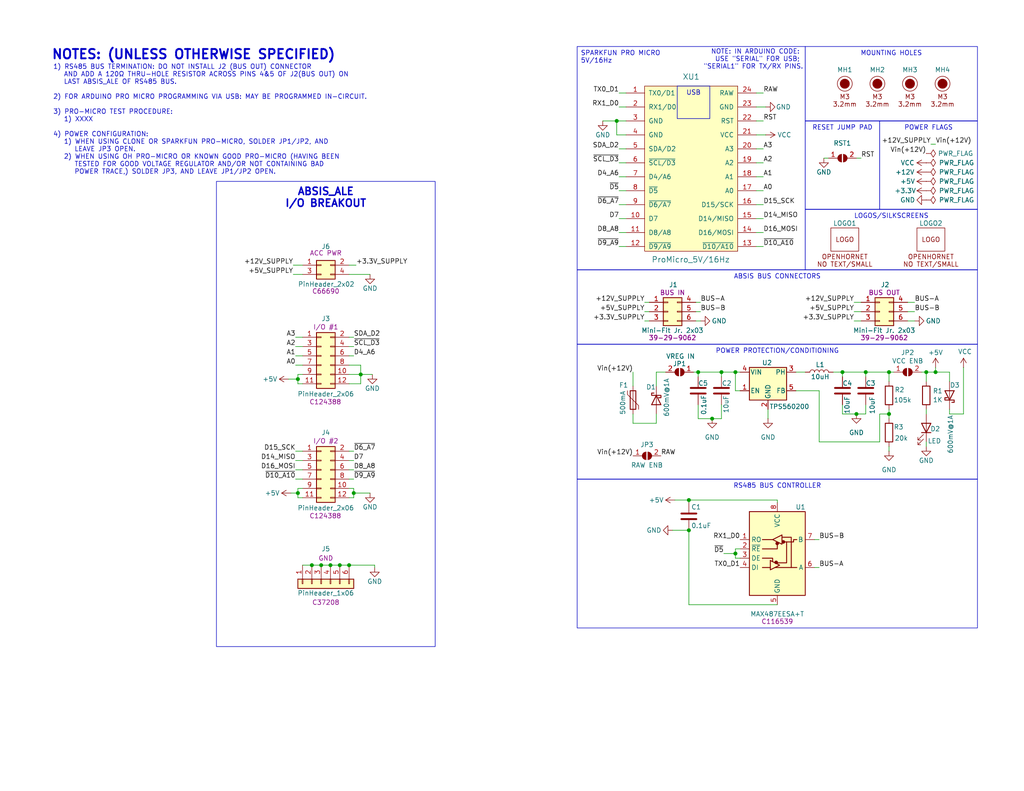
<source format=kicad_sch>
(kicad_sch (version 20231120) (generator "eeschema") (generator_version "8.0")
  (paper "A")
  (title_block (title "ABSIS ALE (ALmost Everything)") (date "2024-09-20") (rev "4.0.0") (company "www.openhornet.com") (comment 1 "License:  CC BY-NC-SA"))
  (lib_symbols
    (symbol "Device:C" (pin_numbers hide) (pin_names (offset 0.254))
      (property "Reference" "C" (at 0.635 2.54 0))
      (property "Value" "C" (at 0.635 -2.54 0))
      (symbol "C_1_1"
        (pin passive line (at 0 3.81 270) (length 2.794) (name "~") (number "1"))
        (pin passive line (at 0 -3.81 90) (length 2.794) (name "~") (number "2"))
      )
    )
    (symbol "Device:D_Schottky" (pin_numbers hide) (pin_names (offset 1.016) hide)
      (property "Reference" "D" (at 0 2.54 0))
      (property "Value" "D_Schottky" (at 0 -2.54 0))
      (symbol "D_Schottky_1_1"
        (pin passive line (at -3.81 0 0) (length 2.54) (name "K") (number "1"))
        (pin passive line (at 3.81 0 180) (length 2.54) (name "A") (number "2"))
      )
    )
    (symbol "Device:L" (pin_numbers hide) (pin_names (offset 1.016) hide)
      (property "Reference" "L" (at -1.27 0 90))
      (property "Value" "L" (at 1.905 0 90))
      (symbol "L_1_1"
        (pin passive line (at 0 3.81 270) (length 1.27) (name "1") (number "1"))
        (pin passive line (at 0 -3.81 90) (length 1.27) (name "2") (number "2"))
      )
    )
    (symbol "Device:LED" (pin_numbers hide) (pin_names (offset 1.016) hide)
      (property "Reference" "D" (at 0 2.54 0))
      (property "Value" "LED" (at 0 -2.54 0))
      (symbol "LED_1_1"
        (pin passive line (at -3.81 0 0) (length 2.54) (name "K") (number "1"))
        (pin passive line (at 3.81 0 180) (length 2.54) (name "A") (number "2"))
      )
    )
    (symbol "Device:Polyfuse" (pin_numbers hide) (pin_names (offset 0))
      (property "Reference" "F" (at -2.54 0 90))
      (property "Value" "Polyfuse" (at 2.54 0 90))
      (symbol "Polyfuse_1_1"
        (pin passive line (at 0 3.81 270) (length 1.27) (name "~") (number "1"))
        (pin passive line (at 0 -3.81 90) (length 1.27) (name "~") (number "2"))
      )
    )
    (symbol "Device:R" (pin_numbers hide) (pin_names (offset 0))
      (property "Reference" "R" (at 2.032 0 90))
      (property "Value" "R" (at 0 0 90))
      (symbol "R_1_1"
        (pin passive line (at 0 3.81 270) (length 1.27) (name "~") (number "1"))
        (pin passive line (at 0 -3.81 90) (length 1.27) (name "~") (number "2"))
      )
    )
    (symbol "GND_1" (power) (pin_numbers hide) (pin_names (offset 0) hide)
      (property "Value" "GND" (at 0 -3.81 0))
      (symbol "GND_1_1_1"
        (pin power_in line (at 0 0 270) (length 0) (name "~") (number "1"))
      )
    )
    (symbol "OH_Symbols:Capacitor_0805_0.1uF" (pin_numbers hide) (pin_names (offset 0.254))
      (property "Reference" "C" (at 0.635 2.54 0))
      (property "Value" "0.1uF" (at 0.635 -2.54 0))
      (symbol "Capacitor_0805_0.1uF_1_1"
        (pin passive line (at 0 3.81 270) (length 2.794) (name "~") (number "1"))
        (pin passive line (at 0 -3.81 90) (length 2.794) (name "~") (number "2"))
      )
    )
    (symbol "OH_Symbols:Controller_MAX487E"
      (property "Reference" "U1" (at 0 15.113 0))
      (property "Value" "MAX487EESA+T" (at 0 -17.78 0))
      (property "LCSC" "C116539" (at 0 -19.812 0))
      (symbol "Controller_MAX487E_1_1"
        (pin output line (at -10.16 2.54 0) (length 2.54) (name "RO") (number "1"))
        (pin input line (at -10.16 0 0) (length 2.54) (name "~{RE}") (number "2"))
        (pin input line (at -10.16 -2.54 0) (length 2.54) (name "DE") (number "3"))
        (pin input line (at -10.16 -5.08 0) (length 2.54) (name "DI") (number "4"))
        (pin power_in line (at 0 -15.24 90) (length 2.54) (name "GND") (number "5"))
        (pin bidirectional line (at 10.16 -5.08 180) (length 2.54) (name "A") (number "6"))
        (pin bidirectional line (at 10.16 2.54 180) (length 2.54) (name "B") (number "7"))
        (pin power_in line (at 0 12.7 270) (length 2.54) (name "VCC") (number "8"))
      )
    )
    (symbol "OH_Symbols:Controller_Pro_Micro" (pin_names (offset 1.016))
      (property "Reference" "XU" (at 0 28.194 0))
      (property "Value" "ProMicro_5V/16Hz" (at -0.127 -21.336 0))
      (symbol "Controller_Pro_Micro_1_1"
        (pin bidirectional line (at -17.78 24.13 0) (length 5.08) (name "TX0/D1") (number "1"))
        (pin bidirectional line (at -17.78 -10.16 0) (length 5.08) (name "D7") (number "10"))
        (pin bidirectional line (at -17.78 -13.97 0) (length 5.08) (name "D8/A8") (number "11"))
        (pin bidirectional line (at -17.78 -17.78 0) (length 5.08) (name "~{D9/A9}") (number "12"))
        (pin bidirectional line (at 17.78 -17.78 180) (length 5.08) (name "~{D10/A10}") (number "13"))
        (pin bidirectional line (at 17.78 -13.97 180) (length 5.08) (name "D16/MOSI") (number "14"))
        (pin bidirectional line (at 17.78 -10.16 180) (length 5.08) (name "D14/MISO") (number "15"))
        (pin bidirectional line (at 17.78 -6.35 180) (length 5.08) (name "D15/SCK") (number "16"))
        (pin bidirectional line (at 17.78 -2.54 180) (length 5.08) (name "A0") (number "17"))
        (pin bidirectional line (at 17.78 1.27 180) (length 5.08) (name "A1") (number "18"))
        (pin bidirectional line (at 17.78 5.08 180) (length 5.08) (name "A2") (number "19"))
        (pin bidirectional line (at -17.78 20.32 0) (length 5.08) (name "RX1/D0") (number "2"))
        (pin bidirectional line (at 17.78 8.89 180) (length 5.08) (name "A3") (number "20"))
        (pin power_in line (at 17.78 12.7 180) (length 5.08) (name "VCC") (number "21"))
        (pin bidirectional line (at 17.78 16.51 180) (length 5.08) (name "RST") (number "22"))
        (pin power_in line (at 17.78 20.32 180) (length 5.08) (name "GND") (number "23"))
        (pin power_in line (at 17.78 24.13 180) (length 5.08) (name "RAW") (number "24"))
        (pin power_in line (at -17.78 16.51 0) (length 5.08) (name "GND") (number "3"))
        (pin power_in line (at -17.78 12.7 0) (length 5.08) (name "GND") (number "4"))
        (pin bidirectional line (at -17.78 8.89 0) (length 5.08) (name "SDA/D2") (number "5"))
        (pin bidirectional line (at -17.78 5.08 0) (length 5.08) (name "~{SCL/D3}") (number "6"))
        (pin bidirectional line (at -17.78 1.27 0) (length 5.08) (name "D4/A6") (number "7"))
        (pin bidirectional line (at -17.78 -2.54 0) (length 5.08) (name "~{D5}") (number "8"))
        (pin bidirectional line (at -17.78 -6.35 0) (length 5.08) (name "~{D6/A7}") (number "9"))
      )
    )
    (symbol "OH_Symbols:Jumper_Solder_2_Open" (pin_names (offset 0) hide)
      (property "Reference" "JP" (at 0 2.032 0))
      (property "Value" "SolderJumper_2_Open" (at 0 -2.54 0))
      (symbol "Jumper_Solder_2_Open_1_1"
        (pin passive line (at -3.81 0 0) (length 2.54) (name "A") (number "1"))
        (pin passive line (at 3.81 0 180) (length 2.54) (name "B") (number "2"))
      )
    )
    (symbol "OH_Symbols:LOGO_OpenHornet_NoText_Small" (pin_numbers hide) (pin_names (offset 0) hide) (in_bom no)
      (property "Reference" "LOGO" (at 0 12.7 0))
      (symbol "LOGO_OpenHornet_NoText_Small_1_0"
        (text "LOGO" (at 0 8.255 0) (effects (font (size 1.27 1.27))))
        (text "OPENHORNET\nNO TEXT/SMALL" (at 0 2.54 0) (effects (font (size 1.27 1.27))))
      )
    )
    (symbol "OH_Symbols:Molex_Mini-Fit_Jr._2x03" (pin_names (offset 1.016) hide)
      (property "Reference" "J" (at -0.0254 7.239 0))
      (property "Value" "Mini-Fit Jr. 2x03" (at -0.0254 -5.1308 0))
      (property "Manufacturer PN" "39-29-9062" (at -0.0254 -7.1374 0))
      (property "Silkscreen" "BUS IN" (at -0.0254 5.207 0))
      (symbol "Molex_Mini-Fit_Jr._2x03_1_1"
        (pin passive line (at -6.35 2.54 0) (length 3.81) (name "Pin_1") (number "1"))
        (pin passive line (at -6.35 0 0) (length 3.81) (name "Pin_2") (number "2"))
        (pin passive line (at -6.35 -2.54 0) (length 3.81) (name "Pin_3") (number "3"))
        (pin passive line (at 6.35 2.54 180) (length 3.81) (name "Pin_4") (number "4"))
        (pin passive line (at 6.35 0 180) (length 3.81) (name "Pin_5") (number "5"))
        (pin passive line (at 6.35 -2.54 180) (length 3.81) (name "Pin_6") (number "6"))
      )
    )
    (symbol "OH_Symbols:MountingHole_M3_3.2mm" (pin_numbers hide) (pin_names (offset 0) hide) (in_bom no)
      (property "Reference" "MH" (at 0 3.81 0))
      (symbol "MountingHole_M3_3.2mm_1_1"
        (text "M3\n3.2mm" (at 0 -4.572 0) (effects (font (size 1.27 1.27))))
      )
    )
    (symbol "OH_Symbols:PinHeader_1x06" (pin_names (offset 1.016) hide)
      (property "Reference" "J" (at 0 8.763 0))
      (property "Value" "PinHeader_1x06" (at 0 -4.953 0))
      (property "LCSC" "C37208" (at 0 -7.112 0))
      (property "Silkscreen" "GND" (at 0 6.477 0))
      (symbol "PinHeader_1x06_1_1"
        (pin passive line (at -6.477 3.683 270) (length 3.81) (name "Pin_1") (number "1"))
        (pin passive line (at -3.937 3.683 270) (length 3.81) (name "Pin_2") (number "2"))
        (pin passive line (at -1.397 3.683 270) (length 3.81) (name "Pin_3") (number "3"))
        (pin passive line (at 1.143 3.683 270) (length 3.81) (name "Pin_4") (number "4"))
        (pin passive line (at 3.683 3.683 270) (length 3.81) (name "Pin_5") (number "5"))
        (pin passive line (at 6.223 3.683 270) (length 3.81) (name "Pin_6") (number "6"))
      )
    )
    (symbol "OH_Symbols:PinHeader_2x02" (pin_names (offset 1.016) hide)
      (property "Reference" "J" (at 1.27 5.08 0))
      (property "Value" "PinHeader_2x02" (at 1.397 -5.207 0))
      (property "LCSC" "C66690" (at 1.27 -7.112 0))
      (property "Silkscreen" "ACC PWR" (at 1.27 3.302 0))
      (symbol "PinHeader_2x02_1_1"
        (pin passive line (at -5.08 0 0) (length 3.81) (name "Pin_1") (number "1"))
        (pin passive line (at 7.62 0 180) (length 3.81) (name "Pin_2") (number "2"))
        (pin passive line (at -5.08 -2.54 0) (length 3.81) (name "Pin_3") (number "3"))
        (pin passive line (at 7.62 -2.54 180) (length 3.81) (name "Pin_4") (number "4"))
      )
    )
    (symbol "OH_Symbols:PinHeader_2x06" (pin_names (offset 1.016) hide)
      (property "Reference" "J" (at 1.27 10.16 0))
      (property "Value" "PinHeader_2x06" (at 1.27 -10.414 0))
      (property "LCSC" "C124388" (at 1.143 -12.573 0))
      (property "Silkscreen" "I/O #" (at 1.27 7.874 0))
      (symbol "PinHeader_2x06_1_1"
        (pin passive line (at -5.08 5.08 0) (length 3.81) (name "Pin_1") (number "1"))
        (pin passive line (at 7.62 -5.08 180) (length 3.81) (name "Pin_10") (number "10"))
        (pin passive line (at -5.08 -7.62 0) (length 3.81) (name "Pin_11") (number "11"))
        (pin passive line (at 7.62 -7.62 180) (length 3.81) (name "Pin_12") (number "12"))
        (pin passive line (at 7.62 5.08 180) (length 3.81) (name "Pin_2") (number "2"))
        (pin passive line (at -5.08 2.54 0) (length 3.81) (name "Pin_3") (number "3"))
        (pin passive line (at 7.62 2.54 180) (length 3.81) (name "Pin_4") (number "4"))
        (pin passive line (at -5.08 0 0) (length 3.81) (name "Pin_5") (number "5"))
        (pin passive line (at 7.62 0 180) (length 3.81) (name "Pin_6") (number "6"))
        (pin passive line (at -5.08 -2.54 0) (length 3.81) (name "Pin_7") (number "7"))
        (pin passive line (at 7.62 -2.54 180) (length 3.81) (name "Pin_8") (number "8"))
        (pin passive line (at -5.08 -5.08 0) (length 3.81) (name "Pin_9") (number "9"))
      )
    )
    (symbol "PWR_FLAG_1" (power) (pin_numbers hide) (pin_names (offset 0) hide)
      (property "Value" "PWR_FLAG" (at 0 3.81 0))
      (symbol "PWR_FLAG_1_0_0"
        (pin power_out line (at 0 0 90) (length 0) (name "~") (number "1"))
      )
    )
    (symbol "Regulator_Switching:TPS560200" (pin_names (offset 0.254))
      (property "Reference" "U" (at -5.08 5.08 0))
      (property "Value" "TPS560200" (at 0 5.08 0))
      (symbol "TPS560200_1_1"
        (pin input line (at -7.62 -2.54 0) (length 2.54) (name "EN") (number "1"))
        (pin power_in line (at 0 -7.62 90) (length 2.54) (name "GND") (number "2"))
        (pin power_out line (at 7.62 2.54 180) (length 2.54) (name "PH") (number "3"))
        (pin power_in line (at -7.62 2.54 0) (length 2.54) (name "VIN") (number "4"))
        (pin input line (at 7.62 -2.54 180) (length 2.54) (name "FB") (number "5"))
      )
    )
    (symbol "power:+12V" (power) (pin_names (offset 0))
      (property "Value" "+12V" (at 0 3.556 0))
      (symbol "+12V_1_1"
        (pin power_in line (at 0 0 90) (length 0) hide (name "+12V") (number "1"))
      )
    )
    (symbol "power:+3.3V" (power) (pin_names (offset 0))
      (property "Value" "+3.3V" (at 0 3.556 0))
      (symbol "+3.3V_1_1"
        (pin power_in line (at 0 0 90) (length 0) hide (name "+3.3V") (number "1"))
      )
    )
    (symbol "power:+5V" (power) (pin_names (offset 0))
      (property "Value" "+5V" (at 0 3.556 0))
      (symbol "+5V_1_1"
        (pin power_in line (at 0 0 90) (length 0) hide (name "+5V") (number "1"))
      )
    )
    (symbol "power:GND" (power) (pin_names (offset 0))
      (property "Value" "GND" (at 0 -3.81 0))
      (symbol "GND_1_1"
        (pin power_in line (at 0 0 270) (length 0) hide (name "GND") (number "1"))
      )
    )
    (symbol "power:PWR_FLAG" (power) (pin_numbers hide) (pin_names (offset 0) hide)
      (property "Value" "PWR_FLAG" (at 0 3.81 0))
      (symbol "PWR_FLAG_0_0"
        (pin power_out line (at 0 0 90) (length 0) (name "pwr") (number "1"))
      )
    )
    (symbol "power:VCC" (power) (pin_numbers hide) (pin_names (offset 0) hide)
      (property "Value" "VCC" (at 0 3.556 0))
      (symbol "VCC_1_1"
        (pin power_in line (at 0 0 90) (length 0) (name "~") (number "1"))
      )
    )
  )
  (junction (at 233.68 113.03))
  (junction (at 242.57 101.6))
  (junction (at 190.5 101.6))
  (junction (at 85.09 154.305))
  (junction (at 252.73 101.6))
  (junction (at 229.87 101.6))
  (junction (at 255.27 101.6))
  (junction (at 187.96 144.78))
  (junction (at 194.31 114.3))
  (junction (at 98.425 102.235))
  (junction (at 87.63 154.305))
  (junction (at 200.66 101.6))
  (junction (at 187.96 136.525))
  (junction (at 90.17 154.305))
  (junction (at 168.275 33.02))
  (junction (at 196.85 101.6))
  (junction (at 92.71 154.305))
  (junction (at 200.66 151.13))
  (junction (at 81.28 103.505))
  (junction (at 95.25 154.305))
  (junction (at 242.57 113.03))
  (junction (at 96.52 134.62))
  (junction (at 236.22 101.6))
  (junction (at 81.28 134.62))
  (wire (pts (xy 168.91 55.88) (xy 170.815 55.88)))
  (wire (pts (xy 190.5 101.6) (xy 196.85 101.6)))
  (wire (pts (xy 172.72 115.57) (xy 179.07 115.57)))
  (wire (pts (xy 254 39.37) (xy 255.27 39.37)))
  (wire (pts (xy 200.66 151.13) (xy 200.66 152.4)))
  (wire (pts (xy 175.895 87.63) (xy 177.165 87.63)))
  (wire (pts (xy 100.965 134.62) (xy 96.52 134.62)))
  (wire (pts (xy 252.73 101.6) (xy 251.46 101.6)))
  (wire (pts (xy 168.275 36.83) (xy 170.815 36.83)))
  (wire (pts (xy 168.91 40.64) (xy 170.815 40.64)))
  (wire (pts (xy 194.31 114.3) (xy 196.85 114.3)))
  (wire (pts (xy 168.91 52.07) (xy 170.815 52.07)))
  (wire (pts (xy 224.79 43.18) (xy 226.06 43.18)))
  (wire (pts (xy 223.52 154.94) (xy 222.25 154.94)))
  (wire (pts (xy 189.865 87.63) (xy 191.135 87.63)))
  (wire (pts (xy 200.66 101.6) (xy 201.93 101.6)))
  (wire (pts (xy 172.72 113.03) (xy 172.72 115.57)))
  (wire (pts (xy 168.91 44.45) (xy 170.815 44.45)))
  (wire (pts (xy 96.52 97.155) (xy 95.25 97.155)))
  (wire (pts (xy 96.52 125.73) (xy 95.25 125.73)))
  (wire (pts (xy 201.93 106.68) (xy 200.66 106.68)))
  (wire (pts (xy 259.08 113.03) (xy 262.89 113.03)))
  (wire (pts (xy 90.17 154.305) (xy 92.71 154.305)))
  (wire (pts (xy 168.91 25.4) (xy 170.815 25.4)))
  (wire (pts (xy 96.52 94.615) (xy 95.25 94.615)))
  (wire (pts (xy 255.27 101.6) (xy 259.08 101.6)))
  (wire (pts (xy 252.73 101.6) (xy 252.73 104.14)))
  (wire (pts (xy 80.645 123.19) (xy 82.55 123.19)))
  (wire (pts (xy 208.915 29.21) (xy 206.375 29.21)))
  (wire (pts (xy 98.425 104.775) (xy 98.425 102.235)))
  (wire (pts (xy 223.52 106.68) (xy 217.17 106.68)))
  (wire (pts (xy 212.09 165.1) (xy 187.96 165.1)))
  (wire (pts (xy 187.96 136.525) (xy 187.96 137.16)))
  (wire (pts (xy 96.52 134.62) (xy 96.52 135.89)))
  (wire (pts (xy 200.66 149.86) (xy 200.66 151.13)))
  (wire (pts (xy 247.65 87.63) (xy 249.555 87.63)))
  (wire (pts (xy 259.08 113.03) (xy 259.08 111.76)))
  (wire (pts (xy 209.55 111.76) (xy 209.55 114.3)))
  (wire (pts (xy 229.87 113.03) (xy 233.68 113.03)))
  (wire (pts (xy 206.375 55.88) (xy 208.28 55.88)))
  (wire (pts (xy 78.74 103.505) (xy 81.28 103.505)))
  (wire (pts (xy 242.57 101.6) (xy 242.57 104.14)))
  (wire (pts (xy 190.5 101.6) (xy 190.5 102.87)))
  (wire (pts (xy 81.28 102.235) (xy 81.28 103.505)))
  (wire (pts (xy 81.28 134.62) (xy 81.28 135.89)))
  (wire (pts (xy 196.85 101.6) (xy 200.66 101.6)))
  (wire (pts (xy 190.5 114.3) (xy 194.31 114.3)))
  (wire (pts (xy 200.66 152.4) (xy 201.93 152.4)))
  (wire (pts (xy 179.07 105.41) (xy 179.07 101.6)))
  (wire (pts (xy 175.895 82.55) (xy 177.165 82.55)))
  (wire (pts (xy 206.375 59.69) (xy 208.28 59.69)))
  (wire (pts (xy 82.55 102.235) (xy 81.28 102.235)))
  (wire (pts (xy 229.87 110.49) (xy 229.87 113.03)))
  (wire (pts (xy 80.01 74.93) (xy 82.55 74.93)))
  (wire (pts (xy 240.03 113.03) (xy 240.03 120.65)))
  (wire (pts (xy 223.52 120.65) (xy 240.03 120.65)))
  (wire (pts (xy 96.52 128.27) (xy 95.25 128.27)))
  (wire (pts (xy 206.375 52.07) (xy 208.28 52.07)))
  (wire (pts (xy 100.965 74.93) (xy 95.25 74.93)))
  (wire (pts (xy 95.25 104.775) (xy 98.425 104.775)))
  (wire (pts (xy 206.375 25.4) (xy 208.28 25.4)))
  (wire (pts (xy 233.68 113.03) (xy 236.22 113.03)))
  (wire (pts (xy 255.27 100.33) (xy 255.27 101.6)))
  (wire (pts (xy 96.52 92.075) (xy 95.25 92.075)))
  (wire (pts (xy 229.87 101.6) (xy 236.22 101.6)))
  (wire (pts (xy 242.57 121.92) (xy 242.57 123.19)))
  (wire (pts (xy 102.235 154.94) (xy 102.235 154.305)))
  (wire (pts (xy 168.91 59.69) (xy 170.815 59.69)))
  (wire (pts (xy 96.52 133.35) (xy 95.25 133.35)))
  (wire (pts (xy 206.375 40.64) (xy 208.28 40.64)))
  (wire (pts (xy 82.55 154.305) (xy 85.09 154.305)))
  (wire (pts (xy 170.815 33.02) (xy 168.275 33.02)))
  (wire (pts (xy 189.23 101.6) (xy 190.5 101.6)))
  (wire (pts (xy 179.07 115.57) (xy 179.07 113.03)))
  (wire (pts (xy 200.66 149.86) (xy 201.93 149.86)))
  (wire (pts (xy 97.155 72.39) (xy 95.25 72.39)))
  (wire (pts (xy 96.52 123.19) (xy 95.25 123.19)))
  (wire (pts (xy 80.645 128.27) (xy 82.55 128.27)))
  (wire (pts (xy 240.03 113.03) (xy 242.57 113.03)))
  (wire (pts (xy 236.22 101.6) (xy 242.57 101.6)))
  (wire (pts (xy 190.5 110.49) (xy 190.5 114.3)))
  (wire (pts (xy 252.73 101.6) (xy 255.27 101.6)))
  (wire (pts (xy 82.55 133.35) (xy 81.28 133.35)))
  (wire (pts (xy 208.915 36.83) (xy 206.375 36.83)))
  (wire (pts (xy 92.71 154.305) (xy 95.25 154.305)))
  (wire (pts (xy 98.425 102.235) (xy 98.425 99.695)))
  (wire (pts (xy 79.375 134.62) (xy 81.28 134.62)))
  (wire (pts (xy 172.72 101.6) (xy 172.72 105.41)))
  (wire (pts (xy 229.87 101.6) (xy 229.87 102.87)))
  (wire (pts (xy 80.645 99.695) (xy 82.55 99.695)))
  (wire (pts (xy 80.645 125.73) (xy 82.55 125.73)))
  (wire (pts (xy 168.275 33.02) (xy 168.275 36.83)))
  (wire (pts (xy 189.865 85.09) (xy 191.135 85.09)))
  (wire (pts (xy 187.96 136.525) (xy 212.09 136.525)))
  (wire (pts (xy 85.09 154.305) (xy 87.63 154.305)))
  (wire (pts (xy 96.52 130.81) (xy 95.25 130.81)))
  (wire (pts (xy 227.33 101.6) (xy 229.87 101.6)))
  (wire (pts (xy 101.6 102.235) (xy 98.425 102.235)))
  (wire (pts (xy 189.865 82.55) (xy 191.135 82.55)))
  (wire (pts (xy 233.68 43.18) (xy 234.95 43.18)))
  (wire (pts (xy 80.645 92.075) (xy 82.55 92.075)))
  (wire (pts (xy 168.91 29.21) (xy 170.815 29.21)))
  (wire (pts (xy 247.65 82.55) (xy 249.555 82.55)))
  (wire (pts (xy 206.375 33.02) (xy 208.28 33.02)))
  (wire (pts (xy 196.85 110.49) (xy 196.85 114.3)))
  (wire (pts (xy 197.485 151.13) (xy 200.66 151.13)))
  (wire (pts (xy 196.85 101.6) (xy 196.85 102.87)))
  (wire (pts (xy 206.375 63.5) (xy 208.28 63.5)))
  (wire (pts (xy 262.89 100.33) (xy 262.89 113.03)))
  (wire (pts (xy 81.28 104.775) (xy 82.55 104.775)))
  (wire (pts (xy 252.73 120.65) (xy 252.73 121.92)))
  (wire (pts (xy 87.63 154.305) (xy 90.17 154.305)))
  (wire (pts (xy 236.22 113.03) (xy 236.22 110.49)))
  (wire (pts (xy 184.15 136.525) (xy 187.96 136.525)))
  (wire (pts (xy 206.375 48.26) (xy 208.28 48.26)))
  (wire (pts (xy 168.91 67.31) (xy 170.815 67.31)))
  (wire (pts (xy 95.25 135.89) (xy 96.52 135.89)))
  (wire (pts (xy 81.28 135.89) (xy 82.55 135.89)))
  (wire (pts (xy 259.08 101.6) (xy 259.08 104.14)))
  (wire (pts (xy 206.375 67.31) (xy 208.28 67.31)))
  (wire (pts (xy 96.52 134.62) (xy 96.52 133.35)))
  (wire (pts (xy 179.07 101.6) (xy 181.61 101.6)))
  (wire (pts (xy 95.25 154.305) (xy 102.235 154.305)))
  (wire (pts (xy 233.045 85.09) (xy 234.95 85.09)))
  (wire (pts (xy 98.425 99.695) (xy 95.25 99.695)))
  (wire (pts (xy 81.28 133.35) (xy 81.28 134.62)))
  (wire (pts (xy 233.045 82.55) (xy 234.95 82.55)))
  (wire (pts (xy 233.045 87.63) (xy 234.95 87.63)))
  (wire (pts (xy 168.91 48.26) (xy 170.815 48.26)))
  (wire (pts (xy 212.09 136.525) (xy 212.09 137.16)))
  (wire (pts (xy 242.57 111.76) (xy 242.57 113.03)))
  (wire (pts (xy 80.645 130.81) (xy 82.55 130.81)))
  (wire (pts (xy 242.57 101.6) (xy 243.84 101.6)))
  (wire (pts (xy 80.645 97.155) (xy 82.55 97.155)))
  (wire (pts (xy 236.22 101.6) (xy 236.22 102.87)))
  (wire (pts (xy 222.25 147.32) (xy 223.52 147.32)))
  (wire (pts (xy 187.96 165.1) (xy 187.96 144.78)))
  (wire (pts (xy 242.57 113.03) (xy 242.57 114.3)))
  (wire (pts (xy 200.66 106.68) (xy 200.66 101.6)))
  (wire (pts (xy 80.01 72.39) (xy 82.55 72.39)))
  (wire (pts (xy 95.25 102.235) (xy 98.425 102.235)))
  (wire (pts (xy 247.65 85.09) (xy 249.555 85.09)))
  (wire (pts (xy 168.275 33.02) (xy 164.465 33.02)))
  (wire (pts (xy 252.73 111.76) (xy 252.73 113.03)))
  (wire (pts (xy 80.645 94.615) (xy 82.55 94.615)))
  (wire (pts (xy 217.17 101.6) (xy 219.71 101.6)))
  (wire (pts (xy 183.515 144.78) (xy 187.96 144.78)))
  (wire (pts (xy 81.28 103.505) (xy 81.28 104.775)))
  (wire (pts (xy 223.52 106.68) (xy 223.52 120.65)))
  (wire (pts (xy 175.895 85.09) (xy 177.165 85.09)))
  (wire (pts (xy 168.91 63.5) (xy 170.815 63.5)))
  (wire (pts (xy 206.375 44.45) (xy 208.28 44.45)))
  (text_box "SPARKFUN PRO MICRO\n5V/16Hz" (at 157.48 12.7 0) (size 62.23 60.96) (effects (font (size 1.27 1.27)) (justify left top)))
  (text_box "LOGOS/SILKSCREENS" (at 219.71 57.15 0) (size 46.99 16.51) (effects (font (size 1.27 1.27)) (justify top)))
  (text_box "USB" (at 184.785 23.495 0) (size 8.89 8.89) (effects (font (size 1.27 1.27)) (justify top)))
  (text_box "RS485 BUS CONTROLLER" (at 157.48 130.81 0) (size 109.22 40.64) (effects (font (size 1.27 1.27)) (justify top)))
  (text_box "POWER PROTECTION/CONDITIONING" (at 157.48 93.98 0) (size 109.22 36.83) (effects (font (size 1.27 1.27)) (justify top)))
  (text_box "POWER FLAGS" (at 240.03 33.02 0) (size 26.67 24.13) (effects (font (size 1.27 1.27)) (justify top)))
  (text_box "ABSIS_ALE\nI/O BREAKOUT" (at 59.055 49.53 0) (size 59.69 127) (effects (font (size 2 2) (thickness 0.4) (bold yes)) (justify top)))
  (text_box "MOUNTING HOLES" (at 219.71 12.7 0) (size 46.99 20.32) (effects (font (size 1.27 1.27)) (justify top)))
  (text_box "RESET JUMP PAD" (at 219.71 33.02 0) (size 20.32 24.13) (effects (font (size 1.27 1.27)) (justify top)))
  (text_box "ABSIS BUS CONNECTORS" (at 157.48 73.66 0) (size 109.22 20.32) (effects (font (size 1.27 1.27)) (justify top)))
  (text "NOTES: (UNLESS OTHERWISE SPECIFIED)" (at 13.97 16.51 0) (effects (font (size 2.54 2.54) (thickness 0.508) (bold yes)) (justify left bottom)))
  (text "1) RS485 BUS TERMINATION: DO NOT INSTALL J2 (BUS OUT) CONNECTOR \n   AND ADD A 120Ω THRU-HOLE RESISTOR ACROSS PINS 4&5 OF J2(BUS OUT) ON \n   LAST ABSIS_ALE OF RS485 BUS.\n\n2) FOR ARDUINO PRO MICRO PROGRAMMING VIA USB: MAY BE PROGRAMMED IN-CIRCUIT.\n\n3) PRO-MICRO TEST PROCEDURE:\n   1) XXXX\n\n4) POWER CONFIGURATION:\n   1) WHEN USING CLONE OR SPARKFUN PRO-MICRO, SOLDER JP1/JP2, AND \n      LEAVE JP3 OPEN.\n   2) WHEN USING OH PRO-MICRO OR KNOWN GOOD PRO-MICRO (HAVING BEEN \n      TESTED FOR GOOD VOLTAGE REGULATOR AND/OR NOT CONTAINING BAD \n      POWER TRACE,) SOLDER JP3, AND LEAVE JP1/JP2 OPEN.\n" (at 14.478 47.752 0) (effects (font (size 1.27 1.27)) (justify left bottom)))
  (text "NOTE: IN ARDUINO CODE: \nUSE \"SERIAL\" FOR USB; \n\"SERIAL1\" FOR TX/RX PINS." (at 219.202 19.05 0) (effects (font (size 1.27 1.27)) (justify right bottom)))
  (label "RST" (at 234.95 43.18 0))
  (label "~{SCL_D3}" (at 168.91 44.45 180))
  (label "BUS-A" (at 223.52 154.94 0))
  (label "D14_MISO" (at 208.28 59.69 0))
  (label "Vin(+12V)" (at 172.72 101.6 180))
  (label "BUS-B" (at 249.555 85.09 0))
  (label "~{D10_A10}" (at 80.645 130.81 180))
  (label "D15_SCK" (at 208.28 55.88 0))
  (label "D8_A8" (at 96.52 128.27 0))
  (label "+12V_SUPPLY" (at 175.895 82.55 180))
  (label "+12V_SUPPLY" (at 233.045 82.55 180))
  (label "~{D6_A7}" (at 168.91 55.88 180))
  (label "SDA_D2" (at 96.52 92.075 0))
  (label "+12V_SUPPLY" (at 80.01 72.39 180))
  (label "~{D9_A9}" (at 168.91 67.31 180))
  (label "+5V_SUPPLY" (at 233.045 85.09 180))
  (label "D16_MOSI" (at 208.28 63.5 0))
  (label "~{D9_A9}" (at 96.52 130.81 0))
  (label "A1" (at 80.645 97.155 180))
  (label "D14_MISO" (at 80.645 125.73 180))
  (label "A3" (at 208.28 40.64 0))
  (label "BUS-A" (at 191.135 82.55 0))
  (label "+12V_SUPPLY" (at 254 39.37 180))
  (label "A2" (at 80.645 94.615 180))
  (label "D7" (at 168.91 59.69 180))
  (label "Vin(+12V)" (at 252.73 41.91 180))
  (label "BUS-B" (at 191.135 85.09 0))
  (label "A2" (at 208.28 44.45 0))
  (label "+3.3V_SUPPLY" (at 233.045 87.63 180))
  (label "D4_A6" (at 168.91 48.26 180))
  (label "+3.3V_SUPPLY" (at 175.895 87.63 180))
  (label "~{D6_A7}" (at 96.52 123.19 0))
  (label "~{D10_A10}" (at 208.28 67.31 0))
  (label "TX0_D1" (at 168.91 25.4 180))
  (label "~{D5}" (at 168.91 52.07 180))
  (label "RAW" (at 180.34 124.46 0))
  (label "A0" (at 80.645 99.695 180))
  (label "D15_SCK" (at 80.645 123.19 180))
  (label "+3.3V_SUPPLY" (at 97.155 72.39 0))
  (label "~{SCL_D3}" (at 96.52 94.615 0))
  (label "A1" (at 208.28 48.26 0))
  (label "SDA_D2" (at 168.91 40.64 180))
  (label "D4_A6" (at 96.52 97.155 0))
  (label "A0" (at 208.28 52.07 0))
  (label "+5V_SUPPLY" (at 80.01 74.93 180))
  (label "TX0_D1" (at 201.93 154.94 180))
  (label "~{D5}" (at 197.485 151.13 180))
  (label "RX1_D0" (at 201.93 147.32 180))
  (label "Vin(+12V)" (at 172.72 124.46 180))
  (label "RX1_D0" (at 168.91 29.21 180))
  (label "A3" (at 80.645 92.075 180))
  (label "+5V_SUPPLY" (at 175.895 85.09 180))
  (label "BUS-A" (at 249.555 82.55 0))
  (label "D8_A8" (at 168.91 63.5 180))
  (label "D16_MOSI" (at 80.645 128.27 180))
  (label "Vin(+12V)" (at 255.27 39.37 0))
  (label "RST" (at 208.28 33.02 0))
  (label "D7" (at 96.52 125.73 0))
  (label "RAW" (at 208.28 25.4 0))
  (label "BUS-B" (at 223.52 147.32 0))
  (symbol (lib_id "power:GND") (at 252.73 54.61 270) (unit 1)
    (property "Reference" "#PWR0103" (effects (hide yes)))
    (property "Value" "GND" (at 247.65 54.61 90))
  )
  (symbol (lib_id "power:GND") (at 100.965 134.62 0) (unit 1)
    (property "Reference" "#PWR06" (effects (hide yes)))
    (property "Value" "GND" (at 100.965 138.43 0))
  )
  (symbol (lib_id "OH_Symbols:PinHeader_2x02") (at 87.63 72.39 0) (unit 1)
    (property "Reference" "J6" (at 88.9 67.31 0))
    (property "Value" "PinHeader_2x02" (at 89.027 77.597 0))
    (property "Footprint" "OH_Footprints:PinHeader_2x02_P2.54mm_Vertical" (effects (hide yes)))
    (property "Datasheet" "https://jlcpcb.com/partdetail/boomele_boom_Precision_elec-C66690/C66690" (effects (hide yes)))
    (property "LCSC" "C66690" (at 88.9 79.502 0))
    (property "Manufacturer PN" "C66690" (effects (hide yes)))
    (property "Silkscreen" "ACC PWR" (at 88.9 69.088 0))
  )
  (symbol (lib_id "power:GND") (at 100.965 74.93 0) (unit 1)
    (property "Reference" "#PWR08" (effects (hide yes)))
    (property "Value" "GND" (at 100.965 78.74 0))
  )
  (symbol (lib_id "OH_Symbols:Molex_Mini-Fit_Jr._2x03") (at 183.515 85.09 0) (unit 1)
    (property "Reference" "J1" (at 183.7182 77.7494 0))
    (property "Value" "Mini-Fit Jr. 2x03" (at 183.4896 90.2208 0))
    (property "Footprint" "OH_Footprints:Molex_Mini-Fit_Jr_5566-06A2_2x03_P4.20mm_Vertical" (effects (hide yes)))
    (property "Datasheet" "https://datasheet.lcsc.com/lcsc/2005291105_MOLEX-39299062_C505177.pdf" (effects (hide yes)))
    (property "LCSC" "C505177" (effects (hide yes)))
    (property "Manufacturer PN" "39-29-9062" (at 183.4896 92.2274 0))
    (property "Silkscreen" "BUS IN" (at 183.4896 79.883 0))
  )
  (symbol (lib_id "power:GND") (at 191.135 87.63 90) (unit 1)
    (property "Reference" "#PWR0106" (effects (hide yes)))
    (property "Value" "GND" (at 196.215 87.63 90))
  )
  (symbol (lib_id "OH_Symbols:Molex_Mini-Fit_Jr._2x03") (at 241.3 85.09 0) (unit 1)
    (property "Reference" "J2" (at 241.5032 77.7494 0))
    (property "Value" "Mini-Fit Jr. 2x03" (at 241.2746 90.2208 0))
    (property "Footprint" "OH_Footprints:Molex_Mini-Fit_Jr_5566-06A2_2x03_P4.20mm_Vertical" (effects (hide yes)))
    (property "Datasheet" "https://datasheet.lcsc.com/lcsc/2005291105_MOLEX-39299062_C505177.pdf" (effects (hide yes)))
    (property "LCSC" "C505177" (effects (hide yes)))
    (property "Manufacturer PN" "39-29-9062" (at 241.2746 92.2274 0))
    (property "Silkscreen" "BUS OUT" (at 241.2746 79.883 0))
  )
  (symbol (lib_id "power:GND") (at 249.555 87.63 90) (unit 1)
    (property "Reference" "#PWR0109" (effects (hide yes)))
    (property "Value" "GND" (at 254.635 87.63 90))
  )
  (symbol (lib_id "power:+5V") (at 184.15 136.525 90) (unit 1)
    (property "Reference" "#PWR0107" (effects (hide yes)))
    (property "Value" "+5V" (at 179.07 136.525 90))
  )
  (symbol (lib_id "OH_Symbols:Controller_Pro_Micro") (at 188.595 49.53 0) (unit 1)
    (property "Reference" "XU1" (at 188.595 20.955 0) (effects (font (size 1.524 1.524))))
    (property "Value" "ProMicro_5V/16Hz" (at 188.468 70.866 0) (effects (font (size 1.524 1.524))))
    (property "Footprint" "OH_Footprints:DIP-24_W15.24mm_Socket" (effects (hide yes)))
    (property "Datasheet" "https://cdn.sparkfun.com/datasheets/Dev/Arduino/Boards/ATMega32U4.pdf" (effects (hide yes)))
    (property "Manufacturer PN" "Pro Micro - 5V/16MHz" (effects (hide yes)))
  )
  (symbol (lib_id "power:GND") (at 208.915 29.21 90) (unit 1)
    (property "Reference" "#PWR042" (effects (hide yes)))
    (property "Value" "GND" (at 213.741 29.21 90))
  )
  (symbol (lib_id "power:GND") (at 164.465 33.02 0) (unit 1)
    (property "Reference" "#PWR025" (effects (hide yes)))
    (property "Value" "GND" (at 164.465 36.83 0))
  )
  (symbol (lib_id "OH_Symbols:LOGO_OpenHornet_NoText_Small") (at 254 73.66 0) (unit 1) (in_bom no)
    (property "Reference" "LOGO2" (at 254 60.96 0))
    (property "Value" "LOGO" (effects (hide yes)))
    (property "Footprint" "OH_Footprints:LOGO_OH_NoText_Small" (effects (hide yes)))
    (property "Datasheet" "https://www.openhornet.com" (effects (hide yes)))
  )
  (symbol (lib_id "OH_Symbols:PinHeader_2x06") (at 87.63 97.155 0) (unit 1)
    (property "Reference" "J3" (at 88.9 86.995 0))
    (property "Value" "PinHeader_2x06" (at 88.9 107.569 0))
    (property "Footprint" "OH_Footprints:PinHeader_2x06_P2.54mm_Vertical" (effects (hide yes)))
    (property "Datasheet" "https://datasheet.lcsc.com/lcsc/1810241611_Ckmtw-Shenzhen-Cankemeng-B-2100S12P-B110_C124388.pdf" (effects (hide yes)))
    (property "LCSC" "C124388" (at 88.773 109.728 0))
    (property "Manufacturer PN" "B-2100S12P-B110" (effects (hide yes)))
    (property "Silkscreen" "I/O #1" (at 88.9 89.281 0))
  )
  (symbol (lib_id "OH_Symbols:PinHeader_2x06") (at 87.63 128.27 0) (unit 1)
    (property "Reference" "J4" (at 88.9 118.11 0))
    (property "Value" "PinHeader_2x06" (at 88.9 138.684 0))
    (property "Footprint" "OH_Footprints:PinHeader_2x06_P2.54mm_Vertical" (effects (hide yes)))
    (property "Datasheet" "https://datasheet.lcsc.com/lcsc/1810241611_Ckmtw-Shenzhen-Cankemeng-B-2100S12P-B110_C124388.pdf" (effects (hide yes)))
    (property "LCSC" "C124388" (at 88.773 140.843 0))
    (property "Manufacturer PN" "B-2100S12P-B110" (effects (hide yes)))
    (property "Silkscreen" "I/O #2" (at 88.9 120.396 0))
  )
  (symbol (lib_id "OH_Symbols:PinHeader_1x06") (at 89.027 157.988 0) (unit 1)
    (property "Reference" "J5" (at 88.9 149.86 0))
    (property "Value" "PinHeader_1x06" (at 88.9 161.925 0))
    (property "Footprint" "OH_Footprints:PinHeader_1x06_P2.54mm_Vertical" (effects (hide yes)))
    (property "Datasheet" "https://datasheet.lcsc.com/lcsc/1810312320_BOOMELE-Boom-Precision-Elec-C37208_C37208.pdf" (effects (hide yes)))
    (property "LCSC" "C37208" (at 88.9 164.465 0))
    (property "Manufacturer PN" "PH1-06-UA" (effects (hide yes)))
    (property "Silkscreen" "GND" (at 88.9 152.4 0))
  )
  (symbol (lib_id "OH_Symbols:MountingHole_M3_3.2mm") (at 248.285 22.86 0) (unit 1) (exclude_from_sim yes) (in_bom no)
    (property "Reference" "MH3" (at 248.285 19.05 0))
    (property "Value" "M3 / 3.2mm" (effects (hide yes)))
    (property "Footprint" "OH_Footprints:MountingHole_3.2mm_M3_DIN965" (effects (hide yes)))
  )
  (symbol (lib_id "OH_Symbols:Controller_MAX487E") (at 212.09 149.86 0) (unit 1)
    (property "Reference" "U1" (at 218.44 138.43 0))
    (property "Value" "MAX487EESA+T" (at 212.09 167.64 0))
    (property "Footprint" "OH_Footprints:SOIC-8_3.9x4.9mm_P1.27mm" (effects (hide yes)))
    (property "Datasheet" "https://datasheet.lcsc.com/szlcsc/Maxim-Integrated-MAX487EESA-T_C116539.pdf" (effects (hide yes)))
    (property "LCSC" "C116539" (at 212.09 169.672 0))
    (property "Manufacturer PN" "MAX487EESA+T" (effects (hide yes)))
  )
  (symbol (lib_id "power:+5V") (at 252.73 49.53 90) (unit 1)
    (property "Reference" "#PWR0101" (effects (hide yes)))
    (property "Value" "+5V" (at 247.65 49.53 90))
  )
  (symbol (lib_id "power:PWR_FLAG") (at 252.73 54.61 270) (unit 1)
    (property "Reference" "#FLG0104" (effects (hide yes)))
    (property "Value" "PWR_FLAG" (at 260.985 54.61 90))
  )
  (symbol (lib_id "OH_Symbols:Capacitor_0805_0.1uF") (at 187.96 140.97 0) (unit 1)
    (property "Reference" "C1" (at 188.595 138.43 0) (effects (justify left)))
    (property "Value" "0.1uF" (at 188.595 143.51 0) (effects (justify left)))
    (property "Footprint" "OH_Footprints:C_0805_2012Metric" (effects (hide yes)))
    (property "Datasheet" "https://datasheet.lcsc.com/szlcsc/YAGEO-CChttps://datasheet.lcsc.com/szlcsc/YAGEO-https://datasheet.lcsc.com/szlcsc/YAGEO-CC0805KRX7R9BB104_C49678.pdf" (effects (hide yes)))
    (property "LCSC" "C49678" (effects (hide yes)))
    (property "Manufacturer PN" "CC0805KRX7R9BB104" (effects (hide yes)))
  )
  (symbol (lib_id "power:GND") (at 183.515 144.78 270) (unit 1)
    (property "Reference" "#PWR0104" (effects (hide yes)))
    (property "Value" "GND" (at 178.435 144.78 90))
  )
  (symbol (lib_id "OH_Symbols:Jumper_Solder_2_Open") (at 229.87 43.18 0) (unit 1) (in_bom no)
    (property "Reference" "RST1" (at 229.8446 39.0906 0))
    (property "Value" "RST" (effects (hide yes)))
    (property "Footprint" "OH_Footprints:SolderJumper-2_P1.3mm_Open_RoundedPad1.0x1.5mm" (effects (hide yes)))
  )
  (symbol (lib_id "power:GND") (at 224.79 43.18 0) (unit 1)
    (property "Reference" "#PWR0108" (effects (hide yes)))
    (property "Value" "GND" (at 224.79 46.99 0))
  )
  (symbol (lib_id "power:GND") (at 101.6 102.235 0) (mirror y) (unit 1)
    (property "Reference" "#PWR0110" (effects (hide yes)))
    (property "Value" "GND" (at 101.6 106.045 0))
  )
  (symbol (lib_id "power:+5V") (at 78.74 103.505 90) (mirror x) (unit 1)
    (property "Reference" "#PWR0111" (effects (hide yes)))
    (property "Value" "+5V" (at 73.66 103.505 90))
  )
  (symbol (lib_id "power:+5V") (at 79.375 134.62 90) (mirror x) (unit 1)
    (property "Reference" "#PWR0113" (effects (hide yes)))
    (property "Value" "+5V" (at 74.295 134.62 90))
  )
  (symbol (lib_id "power:+3.3V") (at 252.73 52.07 90) (unit 1)
    (property "Reference" "#PWR0102" (effects (hide yes)))
    (property "Value" "+3.3V" (at 247.015 52.07 90))
  )
  (symbol (lib_id "power:PWR_FLAG") (at 252.73 52.07 270) (unit 1)
    (property "Reference" "#FLG0101" (effects (hide yes)))
    (property "Value" "PWR_FLAG" (at 260.985 52.07 90))
  )
  (symbol (lib_id "power:PWR_FLAG") (at 252.73 49.53 270) (unit 1)
    (property "Reference" "#FLG0102" (effects (hide yes)))
    (property "Value" "PWR_FLAG" (at 260.985 49.53 90))
  )
  (symbol (lib_id "power:PWR_FLAG") (at 252.73 46.99 270) (unit 1)
    (property "Reference" "#FLG0103" (effects (hide yes)))
    (property "Value" "PWR_FLAG" (at 260.985 46.99 90))
  )
  (symbol (lib_id "power:GND") (at 102.235 154.94 0) (mirror y) (unit 1)
    (property "Reference" "#PWR0112" (effects (hide yes)))
    (property "Value" "GND" (at 102.235 158.75 0))
  )
  (symbol (lib_id "OH_Symbols:MountingHole_M3_3.2mm") (at 230.505 22.86 0) (unit 1) (exclude_from_sim yes) (in_bom no)
    (property "Reference" "MH1" (at 230.505 19.05 0))
    (property "Value" "M3 / 3.2mm" (effects (hide yes)))
    (property "Footprint" "OH_Footprints:MountingHole_3.2mm_M3_DIN965" (effects (hide yes)))
  )
  (symbol (lib_id "OH_Symbols:MountingHole_M3_3.2mm") (at 239.395 22.86 0) (unit 1) (exclude_from_sim yes) (in_bom no)
    (property "Reference" "MH2" (at 239.395 19.05 0))
    (property "Value" "M3 / 3.2mm" (effects (hide yes)))
    (property "Footprint" "OH_Footprints:MountingHole_3.2mm_M3_DIN965" (effects (hide yes)))
  )
  (symbol (lib_id "OH_Symbols:MountingHole_M3_3.2mm") (at 257.175 22.86 0) (unit 1) (exclude_from_sim yes) (in_bom no)
    (property "Reference" "MH4" (at 257.175 19.05 0))
    (property "Value" "M3 / 3.2mm" (effects (hide yes)))
    (property "Footprint" "OH_Footprints:MountingHole_3.2mm_M3_DIN965" (effects (hide yes)))
  )
  (symbol (lib_id "OH_Symbols:LOGO_OpenHornet_NoText_Small") (at 230.505 73.66 0) (unit 1) (in_bom no)
    (property "Reference" "LOGO1" (at 230.505 60.96 0))
    (property "Value" "LOGO" (effects (hide yes)))
    (property "Footprint" "OH_Footprints:LOGO_OH_NoText_Small" (effects (hide yes)))
    (property "Datasheet" "https://www.openhornet.com" (effects (hide yes)))
  )
  (symbol (lib_id "OH_Symbols:Capacitor_0805_0.1uF") (at 190.5 106.68 0) (unit 1)
    (property "Reference" "C5" (at 190.5 104.648 0) (effects (justify left)))
    (property "Value" "0.1uF" (at 192.024 113.284 90) (effects (justify left)))
    (property "Footprint" "OH_Footprints:C_0805_2012Metric" (effects (hide yes)))
    (property "Datasheet" "https://datasheet.lcsc.com/szlcsc/YAGEO-CC0603KRX7R9BB104_C14663.pdf" (effects (hide yes)))
    (property "LCSC" "C14663" (effects (hide yes)))
    (property "Manufacturer PN" "CC0603KRX7R9BB104" (effects (hide yes)))
  )
  (symbol (lib_id "Device:C") (at 196.85 106.68 0) (unit 1)
    (property "Reference" "C2" (at 199.644 104.648 0) (effects (justify right)))
    (property "Value" "10uF" (at 198.12 107.95 90) (effects (justify right)))
    (property "Footprint" "Capacitor_SMD:C_0805_2012Metric" (effects (hide yes)))
    (property "Datasheet" "https://datasheet.lcsc.com/szlcsc/Samsung-Electro-Mechanics-CL21A106KAYNNNE_C15850.pdf" (effects (hide yes)))
    (property "Description" "Unpolarized capacitor" (effects (hide yes)))
    (property "LCSC" "C15850" (effects (hide yes)))
    (property "Manufacturer PN" "CL21A106KAYNNNE" (effects (hide yes)))
  )
  (symbol (lib_id "power:GND") (at 252.73 121.92 0) (unit 1)
    (property "Reference" "#PWR04" (effects (hide yes)))
    (property "Value" "GND" (at 252.73 125.73 0))
  )
  (symbol (lib_id "power:VCC") (at 208.915 36.83 270) (unit 1)
    (property "Reference" "#PWR07" (effects (hide yes)))
    (property "Value" "VCC" (at 212.09 36.83 90) (effects (justify left)))
    (property "Description" "Power symbol creates a global label with name \"VCC\"" (effects (hide yes)))
  )
  (symbol (lib_id "OH_Symbols:Jumper_Solder_2_Open") (at 185.42 101.6 180) (unit 1) (in_bom no)
    (property "Reference" "JP1" (at 185.42 99.314 0))
    (property "Value" "VREG IN" (at 185.674 97.282 0))
    (property "Footprint" "OH_Footprints:SolderJumper-2_P1.3mm_Open_RoundedPad1.0x1.5mm" (effects (hide yes)))
  )
  (symbol (lib_id "Device:LED") (at 252.73 116.84 270) (mirror x) (unit 1)
    (property "Reference" "D2" (at 256.54 117.094 90) (effects (justify right)))
    (property "Value" "LED" (at 256.794 120.396 90) (effects (justify right)))
    (property "Footprint" "LED_SMD:LED_0603_1608Metric" (effects (hide yes)))
    (property "Datasheet" "https://datasheet.lcsc.com/szlcsc/Foshan-NationStar-Optoelectronics-FC-DA1608UGK-520D10_C84267.pdf" (effects (hide yes)))
    (property "Description" "Light emitting diode" (effects (hide yes)))
    (property "LCSC" "C84267" (effects (hide yes)))
    (property "Manufacturer PN" "FC-DA1608UGK-520D10" (effects (hide yes)))
  )
  (symbol (lib_name "GND_1") (lib_id "power:GND") (at 194.31 114.3 0) (unit 1)
    (property "Reference" "#PWR011" (effects (hide yes)))
    (property "Value" "GND" (at 194.31 119.38 0))
    (property "Description" "Power symbol creates a global label with name \"GND\" , ground" (effects (hide yes)))
  )
  (symbol (lib_id "Device:R") (at 242.57 118.11 0) (unit 1)
    (property "Reference" "R3" (at 243.84 116.586 0) (effects (justify left)))
    (property "Value" "20k" (at 244.094 119.634 0) (effects (justify left)))
    (property "Description" "Resistor" (effects (hide yes)))
  )
  (symbol (lib_name "GND_1") (lib_id "power:GND") (at 242.57 123.19 0) (unit 1)
    (property "Reference" "#PWR013" (effects (hide yes)))
    (property "Value" "GND" (at 242.57 128.27 0))
    (property "Description" "Power symbol creates a global label with name \"GND\" , ground" (effects (hide yes)))
  )
  (symbol (lib_id "Device:L") (at 223.52 101.6 90) (unit 1)
    (property "Reference" "L1" (at 223.774 99.568 90))
    (property "Value" "10uH" (at 223.774 102.87 90))
    (property "Description" "Inductor" (effects (hide yes)))
  )
  (symbol (lib_id "power:VCC") (at 252.73 44.45 90) (unit 1)
    (property "Reference" "#PWR05" (effects (hide yes)))
    (property "Value" "VCC" (at 249.555 44.45 90) (effects (justify left)))
    (property "Description" "Power symbol creates a global label with name \"VCC\"" (effects (hide yes)))
  )
  (symbol (lib_id "Device:R") (at 252.73 107.95 0) (unit 1)
    (property "Reference" "R1" (at 254.508 106.7378 0) (effects (justify left)))
    (property "Value" "1K" (at 254.508 109.1621 0) (effects (justify left)))
    (property "Footprint" "Resistor_SMD:R_0603_1608Metric" (effects (hide yes)))
    (property "Datasheet" "https://datasheet.lcsc.com/szlcsc/Uniroyal-Elec-0603WAF1001T5E_C21190.pdf" (effects (hide yes)))
    (property "Description" "Resistor" (effects (hide yes)))
    (property "LCSC" "C21190" (effects (hide yes)))
    (property "Manufacturer PN" "0603WAF1001T5E" (effects (hide yes)))
  )
  (symbol (lib_id "Regulator_Switching:TPS560200") (at 209.55 104.14 0) (unit 1)
    (property "Reference" "U2" (at 209.296 99.06 0))
    (property "Value" "TPS560200" (at 215.392 110.998 0))
    (property "Footprint" "Package_TO_SOT_SMD:SOT-23-5" (effects (hide yes)))
    (property "Datasheet" "http://www.ti.com/lit/ds/symlink/tps560200.pdf" (effects (hide yes)))
    (property "Description" "500mA, Synchronous Step-Down Converter With, Adjustable Output Voltage, 4.5-17V Input Voltage, SOT-23-5" (effects (hide yes)))
    (property "LCSC" "C83671" (effects (hide yes)))
  )
  (symbol (lib_id "Device:Polyfuse") (at 172.72 109.22 0) (unit 1)
    (property "Reference" "F1" (at 168.91 105.156 0) (effects (justify left)))
    (property "Value" "500mA" (at 169.926 113.284 90) (effects (justify left)))
    (property "Footprint" "Fuse:Fuse_0805_2012Metric" (effects (hide yes)))
    (property "Datasheet" "https://wmsc.lcsc.com/wmsc/upload/file/pdf/v2/lcsc/2401031726_LUTE-0805L020-15XR_C7472558.pdf" (effects (hide yes)))
    (property "Description" "Resettable fuse, polymeric positive temperature coefficient" (effects (hide yes)))
    (property "LCSC" "C7472558" (effects (hide yes)))
    (property "Manufacturer PN" "0805L020/15XR" (effects (hide yes)))
  )
  (symbol (lib_id "OH_Symbols:Capacitor_0805_0.1uF") (at 229.87 106.68 0) (unit 1)
    (property "Reference" "C4" (at 229.87 104.648 0) (effects (justify left)))
    (property "Value" "10uF" (at 231.14 113.03 90) (effects (justify left)))
    (property "Footprint" "Capacitor_SMD:C_0603_1608Metric" (effects (hide yes)))
    (property "Datasheet" "https://www.lcsc.com/datasheet/lcsc_datasheet_2407081117_YAGEO-CC0603KRX5R6BB105_C106214.pdf" (effects (hide yes)))
    (property "LCSC" "C106214" (effects (hide yes)))
    (property "Manufacturer PN" "CC0603KRX5R6BB105" (effects (hide yes)))
  )
  (symbol (lib_name "GND_1") (lib_id "power:GND") (at 209.55 114.3 0) (unit 1)
    (property "Reference" "#PWR02" (effects (hide yes)))
    (property "Value" "GND" (at 209.55 119.38 0))
    (property "Description" "Power symbol creates a global label with name \"GND\" , ground" (effects (hide yes)))
  )
  (symbol (lib_id "Device:D_Schottky") (at 259.08 107.95 270) (mirror x) (unit 1)
    (property "Reference" "D3" (at 261.874 105.156 90) (effects (justify right)))
    (property "Value" "600mV@1A" (at 259.334 113.284 0) (effects (justify right)))
    (property "Footprint" "Diode_SMD:D_SOD-323_HandSoldering" (effects (hide yes)))
    (property "Datasheet" "https://www.lcsc.com/datasheet/lcsc_datasheet_2204281430_Guangdong-Hottech-1N5819WS_C191023.pdf" (effects (hide yes)))
    (property "Description" "Schottky diode" (effects (hide yes)))
    (property "LCSC" "C191023" (effects (hide yes)))
    (property "Manufacturer PN" "1N5819WS" (effects (hide yes)))
  )
  (symbol (lib_id "power:PWR_FLAG") (at 252.73 44.45 270) (unit 1)
    (property "Reference" "#FLG01" (effects (hide yes)))
    (property "Value" "PWR_FLAG" (at 260.985 44.45 90))
  )
  (symbol (lib_id "power:+5V") (at 255.27 100.33 0) (unit 1)
    (property "Reference" "#PWR09" (effects (hide yes)))
    (property "Value" "+5V" (at 255.27 96.266 0))
  )
  (symbol (lib_id "power:VCC") (at 262.89 100.33 0) (unit 1)
    (property "Reference" "#PWR010" (effects (hide yes)))
    (property "Value" "VCC" (at 261.366 96.012 0) (effects (justify left)))
    (property "Description" "Power symbol creates a global label with name \"VCC\"" (effects (hide yes)))
  )
  (symbol (lib_id "Device:R") (at 242.57 107.95 0) (unit 1)
    (property "Reference" "R2" (at 244.094 106.426 0) (effects (justify left)))
    (property "Value" "105k" (at 243.84 109.22 0) (effects (justify left)))
    (property "Description" "Resistor" (effects (hide yes)))
  )
  (symbol (lib_name "GND_1") (lib_id "power:GND") (at 233.68 113.03 0) (unit 1)
    (property "Reference" "#PWR012" (effects (hide yes)))
    (property "Value" "GND" (at 233.68 118.11 0))
    (property "Description" "Power symbol creates a global label with name \"GND\" , ground" (effects (hide yes)))
  )
  (symbol (lib_id "OH_Symbols:Jumper_Solder_2_Open") (at 247.65 101.6 0) (unit 1) (in_bom no)
    (property "Reference" "JP2" (at 247.65 96.266 0))
    (property "Value" "VCC ENB" (at 247.65 98.552 0))
    (property "Footprint" "OH_Footprints:SolderJumper-2_P1.3mm_Open_RoundedPad1.0x1.5mm" (effects (hide yes)))
  )
  (symbol (lib_id "Device:C") (at 236.22 106.68 0) (mirror y) (unit 1)
    (property "Reference" "C3" (at 236.22 104.648 0) (effects (justify right)))
    (property "Value" "10uF" (at 237.998 108.204 90) (effects (justify right)))
    (property "Footprint" "Capacitor_SMD:C_0805_2012Metric" (effects (hide yes)))
    (property "Datasheet" "https://datasheet.lcsc.com/szlcsc/Samsung-Electro-Mechanics-CL21A106KAYNNNE_C15850.pdf" (effects (hide yes)))
    (property "Description" "Unpolarized capacitor" (effects (hide yes)))
    (property "LCSC" "C15850" (effects (hide yes)))
    (property "Manufacturer PN" "CL21A106KAYNNNE" (effects (hide yes)))
  )
  (symbol (lib_name "PWR_FLAG_1") (lib_id "power:PWR_FLAG") (at 252.73 41.91 270) (unit 1)
    (property "Reference" "#FLG02" (effects (hide yes)))
    (property "Value" "PWR_FLAG" (at 255.905 41.91 90) (effects (justify left)))
    (property "Description" "Special symbol for telling ERC where power comes from" (effects (hide yes)))
  )
  (symbol (lib_id "Device:D_Schottky") (at 179.07 109.22 90) (mirror x) (unit 1)
    (property "Reference" "D1" (at 176.276 105.664 90) (effects (justify right)))
    (property "Value" "600mV@1A" (at 181.864 113.792 0) (effects (justify right)))
    (property "Footprint" "Diode_SMD:D_SOD-323_HandSoldering" (effects (hide yes)))
    (property "Datasheet" "https://www.lcsc.com/datasheet/lcsc_datasheet_2204281430_Guangdong-Hottech-1N5819WS_C191023.pdf" (effects (hide yes)))
    (property "Description" "Schottky diode" (effects (hide yes)))
    (property "LCSC" "C191023" (effects (hide yes)))
    (property "Manufacturer PN" "1N5819WS" (effects (hide yes)))
  )
  (symbol (lib_id "OH_Symbols:Jumper_Solder_2_Open") (at 176.53 124.46 0) (unit 1) (in_bom no)
    (property "Reference" "JP3" (at 176.53 121.412 0))
    (property "Value" "RAW ENB" (at 176.53 127 0))
    (property "Footprint" "OH_Footprints:SolderJumper-2_P1.3mm_Open_RoundedPad1.0x1.5mm" (effects (hide yes)))
  )
  (symbol (lib_id "power:+12V") (at 252.73 46.99 90) (unit 1)
    (property "Reference" "#PWR01" (effects (hide yes)))
    (property "Value" "+12V" (at 249.555 46.99 90) (effects (justify left)))
  )
)
</source>
